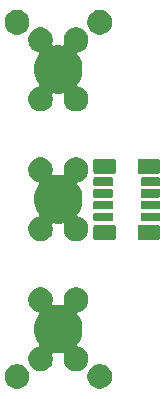
<source format=gbr>
G04 #@! TF.GenerationSoftware,KiCad,Pcbnew,5.1.5-52549c5~84~ubuntu18.04.1*
G04 #@! TF.CreationDate,2020-04-20T00:33:06-07:00*
G04 #@! TF.ProjectId,somos_dielectrode_v2.0,736f6d6f-735f-4646-9965-6c656374726f,rev?*
G04 #@! TF.SameCoordinates,Original*
G04 #@! TF.FileFunction,Soldermask,Top*
G04 #@! TF.FilePolarity,Negative*
%FSLAX46Y46*%
G04 Gerber Fmt 4.6, Leading zero omitted, Abs format (unit mm)*
G04 Created by KiCad (PCBNEW 5.1.5-52549c5~84~ubuntu18.04.1) date 2020-04-20 00:33:06*
%MOMM*%
%LPD*%
G04 APERTURE LIST*
%ADD10C,0.100000*%
G04 APERTURE END LIST*
D10*
G36*
X153806564Y-113989389D02*
G01*
X153997833Y-114068615D01*
X153997835Y-114068616D01*
X154169973Y-114183635D01*
X154316365Y-114330027D01*
X154384090Y-114431384D01*
X154431385Y-114502167D01*
X154510611Y-114693436D01*
X154551000Y-114896484D01*
X154551000Y-115103516D01*
X154510611Y-115306564D01*
X154431385Y-115497833D01*
X154431384Y-115497835D01*
X154316365Y-115669973D01*
X154169973Y-115816365D01*
X153997835Y-115931384D01*
X153997834Y-115931385D01*
X153997833Y-115931385D01*
X153806564Y-116010611D01*
X153603516Y-116051000D01*
X153396484Y-116051000D01*
X153193436Y-116010611D01*
X153002167Y-115931385D01*
X153002166Y-115931385D01*
X153002165Y-115931384D01*
X152830027Y-115816365D01*
X152683635Y-115669973D01*
X152568616Y-115497835D01*
X152568615Y-115497833D01*
X152489389Y-115306564D01*
X152449000Y-115103516D01*
X152449000Y-114896484D01*
X152489389Y-114693436D01*
X152568615Y-114502167D01*
X152615911Y-114431384D01*
X152683635Y-114330027D01*
X152830027Y-114183635D01*
X153002165Y-114068616D01*
X153002167Y-114068615D01*
X153193436Y-113989389D01*
X153396484Y-113949000D01*
X153603516Y-113949000D01*
X153806564Y-113989389D01*
G37*
G36*
X146806564Y-113989389D02*
G01*
X146997833Y-114068615D01*
X146997835Y-114068616D01*
X147169973Y-114183635D01*
X147316365Y-114330027D01*
X147384090Y-114431384D01*
X147431385Y-114502167D01*
X147510611Y-114693436D01*
X147551000Y-114896484D01*
X147551000Y-115103516D01*
X147510611Y-115306564D01*
X147431385Y-115497833D01*
X147431384Y-115497835D01*
X147316365Y-115669973D01*
X147169973Y-115816365D01*
X146997835Y-115931384D01*
X146997834Y-115931385D01*
X146997833Y-115931385D01*
X146806564Y-116010611D01*
X146603516Y-116051000D01*
X146396484Y-116051000D01*
X146193436Y-116010611D01*
X146002167Y-115931385D01*
X146002166Y-115931385D01*
X146002165Y-115931384D01*
X145830027Y-115816365D01*
X145683635Y-115669973D01*
X145568616Y-115497835D01*
X145568615Y-115497833D01*
X145489389Y-115306564D01*
X145449000Y-115103516D01*
X145449000Y-114896484D01*
X145489389Y-114693436D01*
X145568615Y-114502167D01*
X145615911Y-114431384D01*
X145683635Y-114330027D01*
X145830027Y-114183635D01*
X146002165Y-114068616D01*
X146002167Y-114068615D01*
X146193436Y-113989389D01*
X146396484Y-113949000D01*
X146603516Y-113949000D01*
X146806564Y-113989389D01*
G37*
G36*
X148806564Y-107489389D02*
G01*
X148997833Y-107568615D01*
X148997835Y-107568616D01*
X149169973Y-107683635D01*
X149316365Y-107830027D01*
X149431385Y-108002167D01*
X149510611Y-108193436D01*
X149551000Y-108396484D01*
X149551000Y-108603516D01*
X149510611Y-108806565D01*
X149510002Y-108808035D01*
X149502890Y-108831484D01*
X149500489Y-108855870D01*
X149502892Y-108880256D01*
X149510006Y-108903705D01*
X149521557Y-108925315D01*
X149537103Y-108944257D01*
X149556046Y-108959801D01*
X149577657Y-108971352D01*
X149601106Y-108978464D01*
X149625492Y-108980865D01*
X149649874Y-108978463D01*
X149797993Y-108949000D01*
X150202007Y-108949000D01*
X150350126Y-108978463D01*
X150374512Y-108980865D01*
X150398898Y-108978463D01*
X150422347Y-108971350D01*
X150443958Y-108959799D01*
X150462900Y-108944254D01*
X150478445Y-108925312D01*
X150489996Y-108903701D01*
X150497109Y-108880252D01*
X150499511Y-108855866D01*
X150497109Y-108831480D01*
X150489998Y-108808035D01*
X150489389Y-108806565D01*
X150449000Y-108603516D01*
X150449000Y-108396484D01*
X150489389Y-108193436D01*
X150568615Y-108002167D01*
X150683635Y-107830027D01*
X150830027Y-107683635D01*
X151002165Y-107568616D01*
X151002167Y-107568615D01*
X151193436Y-107489389D01*
X151396484Y-107449000D01*
X151603516Y-107449000D01*
X151806564Y-107489389D01*
X151997833Y-107568615D01*
X151997835Y-107568616D01*
X152169973Y-107683635D01*
X152316365Y-107830027D01*
X152431385Y-108002167D01*
X152510611Y-108193436D01*
X152551000Y-108396484D01*
X152551000Y-108603516D01*
X152510611Y-108806564D01*
X152442354Y-108971352D01*
X152431384Y-108997835D01*
X152316365Y-109169973D01*
X152169973Y-109316365D01*
X151997835Y-109431384D01*
X151997834Y-109431385D01*
X151997833Y-109431385D01*
X151806565Y-109510611D01*
X151694323Y-109532937D01*
X151670874Y-109540050D01*
X151649263Y-109551601D01*
X151630321Y-109567146D01*
X151614776Y-109586088D01*
X151603225Y-109607699D01*
X151596112Y-109631148D01*
X151593710Y-109655534D01*
X151596112Y-109679920D01*
X151603225Y-109703369D01*
X151614776Y-109724980D01*
X151817574Y-110028489D01*
X151972182Y-110401746D01*
X152051000Y-110797993D01*
X152051000Y-111202007D01*
X151972182Y-111598254D01*
X151817574Y-111971511D01*
X151614776Y-112275020D01*
X151603225Y-112296631D01*
X151596112Y-112320080D01*
X151593710Y-112344466D01*
X151596112Y-112368852D01*
X151603225Y-112392301D01*
X151614776Y-112413912D01*
X151630321Y-112432854D01*
X151649263Y-112448399D01*
X151670874Y-112459950D01*
X151694323Y-112467063D01*
X151806565Y-112489389D01*
X151997833Y-112568615D01*
X151997835Y-112568616D01*
X152169973Y-112683635D01*
X152316365Y-112830027D01*
X152431385Y-113002167D01*
X152510611Y-113193436D01*
X152551000Y-113396484D01*
X152551000Y-113603516D01*
X152510611Y-113806564D01*
X152434882Y-113989390D01*
X152431384Y-113997835D01*
X152316365Y-114169973D01*
X152169973Y-114316365D01*
X151997835Y-114431384D01*
X151997834Y-114431385D01*
X151997833Y-114431385D01*
X151806564Y-114510611D01*
X151603516Y-114551000D01*
X151396484Y-114551000D01*
X151193436Y-114510611D01*
X151002167Y-114431385D01*
X151002166Y-114431385D01*
X151002165Y-114431384D01*
X150830027Y-114316365D01*
X150683635Y-114169973D01*
X150568616Y-113997835D01*
X150565118Y-113989390D01*
X150489389Y-113806564D01*
X150449000Y-113603516D01*
X150449000Y-113396484D01*
X150489389Y-113193435D01*
X150489998Y-113191965D01*
X150497110Y-113168516D01*
X150499511Y-113144130D01*
X150497108Y-113119744D01*
X150489994Y-113096295D01*
X150478443Y-113074685D01*
X150462897Y-113055743D01*
X150443954Y-113040199D01*
X150422343Y-113028648D01*
X150398894Y-113021536D01*
X150374508Y-113019135D01*
X150350126Y-113021537D01*
X150202007Y-113051000D01*
X149797993Y-113051000D01*
X149649874Y-113021537D01*
X149625488Y-113019135D01*
X149601102Y-113021537D01*
X149577653Y-113028650D01*
X149556042Y-113040201D01*
X149537100Y-113055746D01*
X149521555Y-113074688D01*
X149510004Y-113096299D01*
X149502891Y-113119748D01*
X149500489Y-113144134D01*
X149502891Y-113168520D01*
X149510002Y-113191965D01*
X149510611Y-113193435D01*
X149551000Y-113396484D01*
X149551000Y-113603516D01*
X149510611Y-113806564D01*
X149434882Y-113989390D01*
X149431384Y-113997835D01*
X149316365Y-114169973D01*
X149169973Y-114316365D01*
X148997835Y-114431384D01*
X148997834Y-114431385D01*
X148997833Y-114431385D01*
X148806564Y-114510611D01*
X148603516Y-114551000D01*
X148396484Y-114551000D01*
X148193436Y-114510611D01*
X148002167Y-114431385D01*
X148002166Y-114431385D01*
X148002165Y-114431384D01*
X147830027Y-114316365D01*
X147683635Y-114169973D01*
X147568616Y-113997835D01*
X147565118Y-113989390D01*
X147489389Y-113806564D01*
X147449000Y-113603516D01*
X147449000Y-113396484D01*
X147489389Y-113193436D01*
X147568615Y-113002167D01*
X147683635Y-112830027D01*
X147830027Y-112683635D01*
X148002165Y-112568616D01*
X148002167Y-112568615D01*
X148193435Y-112489389D01*
X148305677Y-112467063D01*
X148329126Y-112459950D01*
X148350737Y-112448399D01*
X148369679Y-112432854D01*
X148385224Y-112413912D01*
X148396775Y-112392301D01*
X148403888Y-112368852D01*
X148406290Y-112344466D01*
X148403888Y-112320080D01*
X148396775Y-112296631D01*
X148385224Y-112275020D01*
X148182426Y-111971511D01*
X148027818Y-111598254D01*
X147949000Y-111202007D01*
X147949000Y-110797993D01*
X148027818Y-110401746D01*
X148182426Y-110028489D01*
X148385224Y-109724980D01*
X148396775Y-109703369D01*
X148403888Y-109679920D01*
X148406290Y-109655534D01*
X148403888Y-109631148D01*
X148396775Y-109607699D01*
X148385224Y-109586088D01*
X148369679Y-109567146D01*
X148350737Y-109551601D01*
X148329126Y-109540050D01*
X148305677Y-109532937D01*
X148193435Y-109510611D01*
X148002167Y-109431385D01*
X148002166Y-109431385D01*
X148002165Y-109431384D01*
X147830027Y-109316365D01*
X147683635Y-109169973D01*
X147568616Y-108997835D01*
X147557646Y-108971352D01*
X147489389Y-108806564D01*
X147449000Y-108603516D01*
X147449000Y-108396484D01*
X147489389Y-108193436D01*
X147568615Y-108002167D01*
X147683635Y-107830027D01*
X147830027Y-107683635D01*
X148002165Y-107568616D01*
X148002167Y-107568615D01*
X148193436Y-107489389D01*
X148396484Y-107449000D01*
X148603516Y-107449000D01*
X148806564Y-107489389D01*
G37*
G36*
X148806564Y-96489389D02*
G01*
X148997833Y-96568615D01*
X148997835Y-96568616D01*
X149148607Y-96669359D01*
X149169973Y-96683635D01*
X149316365Y-96830027D01*
X149431385Y-97002167D01*
X149510611Y-97193436D01*
X149551000Y-97396484D01*
X149551000Y-97603516D01*
X149510611Y-97806565D01*
X149510002Y-97808035D01*
X149502890Y-97831484D01*
X149500489Y-97855870D01*
X149502892Y-97880256D01*
X149510006Y-97903705D01*
X149521557Y-97925315D01*
X149537103Y-97944257D01*
X149556046Y-97959801D01*
X149577657Y-97971352D01*
X149601106Y-97978464D01*
X149625492Y-97980865D01*
X149649874Y-97978463D01*
X149797993Y-97949000D01*
X150202007Y-97949000D01*
X150350126Y-97978463D01*
X150374512Y-97980865D01*
X150398898Y-97978463D01*
X150422347Y-97971350D01*
X150443958Y-97959799D01*
X150462900Y-97944254D01*
X150478445Y-97925312D01*
X150489996Y-97903701D01*
X150497109Y-97880252D01*
X150499511Y-97855866D01*
X150497109Y-97831480D01*
X150489998Y-97808035D01*
X150489389Y-97806565D01*
X150449000Y-97603516D01*
X150449000Y-97396484D01*
X150489389Y-97193436D01*
X150568615Y-97002167D01*
X150683635Y-96830027D01*
X150830027Y-96683635D01*
X150851393Y-96669359D01*
X151002165Y-96568616D01*
X151002167Y-96568615D01*
X151193436Y-96489389D01*
X151396484Y-96449000D01*
X151603516Y-96449000D01*
X151806564Y-96489389D01*
X151997833Y-96568615D01*
X151997835Y-96568616D01*
X152148607Y-96669359D01*
X152169973Y-96683635D01*
X152316365Y-96830027D01*
X152431385Y-97002167D01*
X152510611Y-97193436D01*
X152551000Y-97396484D01*
X152551000Y-97603516D01*
X152510611Y-97806564D01*
X152442354Y-97971352D01*
X152431384Y-97997835D01*
X152316365Y-98169973D01*
X152169973Y-98316365D01*
X151997835Y-98431384D01*
X151997834Y-98431385D01*
X151997833Y-98431385D01*
X151806565Y-98510611D01*
X151694323Y-98532937D01*
X151670874Y-98540050D01*
X151649263Y-98551601D01*
X151630321Y-98567146D01*
X151614776Y-98586088D01*
X151603225Y-98607699D01*
X151596112Y-98631148D01*
X151593710Y-98655534D01*
X151596112Y-98679920D01*
X151603225Y-98703369D01*
X151614776Y-98724980D01*
X151817574Y-99028489D01*
X151972182Y-99401746D01*
X152051000Y-99797993D01*
X152051000Y-100202007D01*
X151972182Y-100598254D01*
X151817574Y-100971511D01*
X151614776Y-101275020D01*
X151603225Y-101296631D01*
X151596112Y-101320080D01*
X151593710Y-101344466D01*
X151596112Y-101368852D01*
X151603225Y-101392301D01*
X151614776Y-101413912D01*
X151630321Y-101432854D01*
X151649263Y-101448399D01*
X151670874Y-101459950D01*
X151694323Y-101467063D01*
X151806565Y-101489389D01*
X151997833Y-101568615D01*
X151997835Y-101568616D01*
X152157798Y-101675500D01*
X152169973Y-101683635D01*
X152316365Y-101830027D01*
X152431385Y-102002167D01*
X152510611Y-102193436D01*
X152551000Y-102396484D01*
X152551000Y-102603516D01*
X152510611Y-102806564D01*
X152431385Y-102997833D01*
X152431384Y-102997835D01*
X152316365Y-103169973D01*
X152169973Y-103316365D01*
X151997835Y-103431384D01*
X151997834Y-103431385D01*
X151997833Y-103431385D01*
X151806564Y-103510611D01*
X151603516Y-103551000D01*
X151396484Y-103551000D01*
X151193436Y-103510611D01*
X151002167Y-103431385D01*
X151002166Y-103431385D01*
X151002165Y-103431384D01*
X150830027Y-103316365D01*
X150683635Y-103169973D01*
X150568616Y-102997835D01*
X150568615Y-102997833D01*
X150489389Y-102806564D01*
X150449000Y-102603516D01*
X150449000Y-102396484D01*
X150489389Y-102193435D01*
X150489998Y-102191965D01*
X150497110Y-102168516D01*
X150499511Y-102144130D01*
X150497108Y-102119744D01*
X150489994Y-102096295D01*
X150478443Y-102074685D01*
X150462897Y-102055743D01*
X150443954Y-102040199D01*
X150422343Y-102028648D01*
X150398894Y-102021536D01*
X150374508Y-102019135D01*
X150350126Y-102021537D01*
X150202007Y-102051000D01*
X149797993Y-102051000D01*
X149649874Y-102021537D01*
X149625488Y-102019135D01*
X149601102Y-102021537D01*
X149577653Y-102028650D01*
X149556042Y-102040201D01*
X149537100Y-102055746D01*
X149521555Y-102074688D01*
X149510004Y-102096299D01*
X149502891Y-102119748D01*
X149500489Y-102144134D01*
X149502891Y-102168520D01*
X149510002Y-102191965D01*
X149510611Y-102193435D01*
X149551000Y-102396484D01*
X149551000Y-102603516D01*
X149510611Y-102806564D01*
X149431385Y-102997833D01*
X149431384Y-102997835D01*
X149316365Y-103169973D01*
X149169973Y-103316365D01*
X148997835Y-103431384D01*
X148997834Y-103431385D01*
X148997833Y-103431385D01*
X148806564Y-103510611D01*
X148603516Y-103551000D01*
X148396484Y-103551000D01*
X148193436Y-103510611D01*
X148002167Y-103431385D01*
X148002166Y-103431385D01*
X148002165Y-103431384D01*
X147830027Y-103316365D01*
X147683635Y-103169973D01*
X147568616Y-102997835D01*
X147568615Y-102997833D01*
X147489389Y-102806564D01*
X147449000Y-102603516D01*
X147449000Y-102396484D01*
X147489389Y-102193436D01*
X147568615Y-102002167D01*
X147683635Y-101830027D01*
X147830027Y-101683635D01*
X147842202Y-101675500D01*
X148002165Y-101568616D01*
X148002167Y-101568615D01*
X148193435Y-101489389D01*
X148305677Y-101467063D01*
X148329126Y-101459950D01*
X148350737Y-101448399D01*
X148369679Y-101432854D01*
X148385224Y-101413912D01*
X148396775Y-101392301D01*
X148403888Y-101368852D01*
X148406290Y-101344466D01*
X148403888Y-101320080D01*
X148396775Y-101296631D01*
X148385224Y-101275020D01*
X148182426Y-100971511D01*
X148027818Y-100598254D01*
X147949000Y-100202007D01*
X147949000Y-99797993D01*
X148027818Y-99401746D01*
X148182426Y-99028489D01*
X148385224Y-98724980D01*
X148396775Y-98703369D01*
X148403888Y-98679920D01*
X148406290Y-98655534D01*
X148403888Y-98631148D01*
X148396775Y-98607699D01*
X148385224Y-98586088D01*
X148369679Y-98567146D01*
X148350737Y-98551601D01*
X148329126Y-98540050D01*
X148305677Y-98532937D01*
X148193435Y-98510611D01*
X148002167Y-98431385D01*
X148002166Y-98431385D01*
X148002165Y-98431384D01*
X147830027Y-98316365D01*
X147683635Y-98169973D01*
X147568616Y-97997835D01*
X147557646Y-97971352D01*
X147489389Y-97806564D01*
X147449000Y-97603516D01*
X147449000Y-97396484D01*
X147489389Y-97193436D01*
X147568615Y-97002167D01*
X147683635Y-96830027D01*
X147830027Y-96683635D01*
X147851393Y-96669359D01*
X148002165Y-96568616D01*
X148002167Y-96568615D01*
X148193436Y-96489389D01*
X148396484Y-96449000D01*
X148603516Y-96449000D01*
X148806564Y-96489389D01*
G37*
G36*
X154716656Y-102153394D02*
G01*
X154753656Y-102164618D01*
X154787748Y-102182840D01*
X154817634Y-102207366D01*
X154842160Y-102237252D01*
X154860382Y-102271344D01*
X154871606Y-102308344D01*
X154876000Y-102352956D01*
X154876000Y-103247044D01*
X154871606Y-103291656D01*
X154860382Y-103328656D01*
X154842160Y-103362748D01*
X154817634Y-103392634D01*
X154787748Y-103417160D01*
X154753656Y-103435382D01*
X154716656Y-103446606D01*
X154672044Y-103451000D01*
X153177956Y-103451000D01*
X153133344Y-103446606D01*
X153096344Y-103435382D01*
X153062252Y-103417160D01*
X153032366Y-103392634D01*
X153007840Y-103362748D01*
X152989618Y-103328656D01*
X152978394Y-103291656D01*
X152974000Y-103247044D01*
X152974000Y-102352956D01*
X152978394Y-102308344D01*
X152989618Y-102271344D01*
X153007840Y-102237252D01*
X153032366Y-102207366D01*
X153062252Y-102182840D01*
X153096344Y-102164618D01*
X153133344Y-102153394D01*
X153177956Y-102149000D01*
X154672044Y-102149000D01*
X154716656Y-102153394D01*
G37*
G36*
X158466656Y-102153394D02*
G01*
X158503656Y-102164618D01*
X158537748Y-102182840D01*
X158567634Y-102207366D01*
X158592160Y-102237252D01*
X158610382Y-102271344D01*
X158621606Y-102308344D01*
X158626000Y-102352956D01*
X158626000Y-103247044D01*
X158621606Y-103291656D01*
X158610382Y-103328656D01*
X158592160Y-103362748D01*
X158567634Y-103392634D01*
X158537748Y-103417160D01*
X158503656Y-103435382D01*
X158466656Y-103446606D01*
X158422044Y-103451000D01*
X156927956Y-103451000D01*
X156883344Y-103446606D01*
X156846344Y-103435382D01*
X156812252Y-103417160D01*
X156782366Y-103392634D01*
X156757840Y-103362748D01*
X156739618Y-103328656D01*
X156728394Y-103291656D01*
X156724000Y-103247044D01*
X156724000Y-102352956D01*
X156728394Y-102308344D01*
X156739618Y-102271344D01*
X156757840Y-102237252D01*
X156782366Y-102207366D01*
X156812252Y-102182840D01*
X156846344Y-102164618D01*
X156883344Y-102153394D01*
X156927956Y-102149000D01*
X158422044Y-102149000D01*
X158466656Y-102153394D01*
G37*
G36*
X154534928Y-101151764D02*
G01*
X154556009Y-101158160D01*
X154575445Y-101168548D01*
X154592476Y-101182524D01*
X154606452Y-101199555D01*
X154616840Y-101218991D01*
X154623236Y-101240072D01*
X154626000Y-101268140D01*
X154626000Y-101731860D01*
X154623236Y-101759928D01*
X154616840Y-101781009D01*
X154606452Y-101800445D01*
X154592476Y-101817476D01*
X154575445Y-101831452D01*
X154556009Y-101841840D01*
X154534928Y-101848236D01*
X154506860Y-101851000D01*
X153093140Y-101851000D01*
X153065072Y-101848236D01*
X153043991Y-101841840D01*
X153024555Y-101831452D01*
X153007524Y-101817476D01*
X152993548Y-101800445D01*
X152983160Y-101781009D01*
X152976764Y-101759928D01*
X152974000Y-101731860D01*
X152974000Y-101268140D01*
X152976764Y-101240072D01*
X152983160Y-101218991D01*
X152993548Y-101199555D01*
X153007524Y-101182524D01*
X153024555Y-101168548D01*
X153043991Y-101158160D01*
X153065072Y-101151764D01*
X153093140Y-101149000D01*
X154506860Y-101149000D01*
X154534928Y-101151764D01*
G37*
G36*
X158534928Y-101151764D02*
G01*
X158556009Y-101158160D01*
X158575445Y-101168548D01*
X158592476Y-101182524D01*
X158606452Y-101199555D01*
X158616840Y-101218991D01*
X158623236Y-101240072D01*
X158626000Y-101268140D01*
X158626000Y-101731860D01*
X158623236Y-101759928D01*
X158616840Y-101781009D01*
X158606452Y-101800445D01*
X158592476Y-101817476D01*
X158575445Y-101831452D01*
X158556009Y-101841840D01*
X158534928Y-101848236D01*
X158506860Y-101851000D01*
X157093140Y-101851000D01*
X157065072Y-101848236D01*
X157043991Y-101841840D01*
X157024555Y-101831452D01*
X157007524Y-101817476D01*
X156993548Y-101800445D01*
X156983160Y-101781009D01*
X156976764Y-101759928D01*
X156974000Y-101731860D01*
X156974000Y-101268140D01*
X156976764Y-101240072D01*
X156983160Y-101218991D01*
X156993548Y-101199555D01*
X157007524Y-101182524D01*
X157024555Y-101168548D01*
X157043991Y-101158160D01*
X157065072Y-101151764D01*
X157093140Y-101149000D01*
X158506860Y-101149000D01*
X158534928Y-101151764D01*
G37*
G36*
X154534928Y-100151764D02*
G01*
X154556009Y-100158160D01*
X154575445Y-100168548D01*
X154592476Y-100182524D01*
X154606452Y-100199555D01*
X154616840Y-100218991D01*
X154623236Y-100240072D01*
X154626000Y-100268140D01*
X154626000Y-100731860D01*
X154623236Y-100759928D01*
X154616840Y-100781009D01*
X154606452Y-100800445D01*
X154592476Y-100817476D01*
X154575445Y-100831452D01*
X154556009Y-100841840D01*
X154534928Y-100848236D01*
X154506860Y-100851000D01*
X153093140Y-100851000D01*
X153065072Y-100848236D01*
X153043991Y-100841840D01*
X153024555Y-100831452D01*
X153007524Y-100817476D01*
X152993548Y-100800445D01*
X152983160Y-100781009D01*
X152976764Y-100759928D01*
X152974000Y-100731860D01*
X152974000Y-100268140D01*
X152976764Y-100240072D01*
X152983160Y-100218991D01*
X152993548Y-100199555D01*
X153007524Y-100182524D01*
X153024555Y-100168548D01*
X153043991Y-100158160D01*
X153065072Y-100151764D01*
X153093140Y-100149000D01*
X154506860Y-100149000D01*
X154534928Y-100151764D01*
G37*
G36*
X158534928Y-100151764D02*
G01*
X158556009Y-100158160D01*
X158575445Y-100168548D01*
X158592476Y-100182524D01*
X158606452Y-100199555D01*
X158616840Y-100218991D01*
X158623236Y-100240072D01*
X158626000Y-100268140D01*
X158626000Y-100731860D01*
X158623236Y-100759928D01*
X158616840Y-100781009D01*
X158606452Y-100800445D01*
X158592476Y-100817476D01*
X158575445Y-100831452D01*
X158556009Y-100841840D01*
X158534928Y-100848236D01*
X158506860Y-100851000D01*
X157093140Y-100851000D01*
X157065072Y-100848236D01*
X157043991Y-100841840D01*
X157024555Y-100831452D01*
X157007524Y-100817476D01*
X156993548Y-100800445D01*
X156983160Y-100781009D01*
X156976764Y-100759928D01*
X156974000Y-100731860D01*
X156974000Y-100268140D01*
X156976764Y-100240072D01*
X156983160Y-100218991D01*
X156993548Y-100199555D01*
X157007524Y-100182524D01*
X157024555Y-100168548D01*
X157043991Y-100158160D01*
X157065072Y-100151764D01*
X157093140Y-100149000D01*
X158506860Y-100149000D01*
X158534928Y-100151764D01*
G37*
G36*
X158534928Y-99151764D02*
G01*
X158556009Y-99158160D01*
X158575445Y-99168548D01*
X158592476Y-99182524D01*
X158606452Y-99199555D01*
X158616840Y-99218991D01*
X158623236Y-99240072D01*
X158626000Y-99268140D01*
X158626000Y-99731860D01*
X158623236Y-99759928D01*
X158616840Y-99781009D01*
X158606452Y-99800445D01*
X158592476Y-99817476D01*
X158575445Y-99831452D01*
X158556009Y-99841840D01*
X158534928Y-99848236D01*
X158506860Y-99851000D01*
X157093140Y-99851000D01*
X157065072Y-99848236D01*
X157043991Y-99841840D01*
X157024555Y-99831452D01*
X157007524Y-99817476D01*
X156993548Y-99800445D01*
X156983160Y-99781009D01*
X156976764Y-99759928D01*
X156974000Y-99731860D01*
X156974000Y-99268140D01*
X156976764Y-99240072D01*
X156983160Y-99218991D01*
X156993548Y-99199555D01*
X157007524Y-99182524D01*
X157024555Y-99168548D01*
X157043991Y-99158160D01*
X157065072Y-99151764D01*
X157093140Y-99149000D01*
X158506860Y-99149000D01*
X158534928Y-99151764D01*
G37*
G36*
X154534928Y-99151764D02*
G01*
X154556009Y-99158160D01*
X154575445Y-99168548D01*
X154592476Y-99182524D01*
X154606452Y-99199555D01*
X154616840Y-99218991D01*
X154623236Y-99240072D01*
X154626000Y-99268140D01*
X154626000Y-99731860D01*
X154623236Y-99759928D01*
X154616840Y-99781009D01*
X154606452Y-99800445D01*
X154592476Y-99817476D01*
X154575445Y-99831452D01*
X154556009Y-99841840D01*
X154534928Y-99848236D01*
X154506860Y-99851000D01*
X153093140Y-99851000D01*
X153065072Y-99848236D01*
X153043991Y-99841840D01*
X153024555Y-99831452D01*
X153007524Y-99817476D01*
X152993548Y-99800445D01*
X152983160Y-99781009D01*
X152976764Y-99759928D01*
X152974000Y-99731860D01*
X152974000Y-99268140D01*
X152976764Y-99240072D01*
X152983160Y-99218991D01*
X152993548Y-99199555D01*
X153007524Y-99182524D01*
X153024555Y-99168548D01*
X153043991Y-99158160D01*
X153065072Y-99151764D01*
X153093140Y-99149000D01*
X154506860Y-99149000D01*
X154534928Y-99151764D01*
G37*
G36*
X154534928Y-98151764D02*
G01*
X154556009Y-98158160D01*
X154575445Y-98168548D01*
X154592476Y-98182524D01*
X154606452Y-98199555D01*
X154616840Y-98218991D01*
X154623236Y-98240072D01*
X154626000Y-98268140D01*
X154626000Y-98731860D01*
X154623236Y-98759928D01*
X154616840Y-98781009D01*
X154606452Y-98800445D01*
X154592476Y-98817476D01*
X154575445Y-98831452D01*
X154556009Y-98841840D01*
X154534928Y-98848236D01*
X154506860Y-98851000D01*
X153093140Y-98851000D01*
X153065072Y-98848236D01*
X153043991Y-98841840D01*
X153024555Y-98831452D01*
X153007524Y-98817476D01*
X152993548Y-98800445D01*
X152983160Y-98781009D01*
X152976764Y-98759928D01*
X152974000Y-98731860D01*
X152974000Y-98268140D01*
X152976764Y-98240072D01*
X152983160Y-98218991D01*
X152993548Y-98199555D01*
X153007524Y-98182524D01*
X153024555Y-98168548D01*
X153043991Y-98158160D01*
X153065072Y-98151764D01*
X153093140Y-98149000D01*
X154506860Y-98149000D01*
X154534928Y-98151764D01*
G37*
G36*
X158534928Y-98151764D02*
G01*
X158556009Y-98158160D01*
X158575445Y-98168548D01*
X158592476Y-98182524D01*
X158606452Y-98199555D01*
X158616840Y-98218991D01*
X158623236Y-98240072D01*
X158626000Y-98268140D01*
X158626000Y-98731860D01*
X158623236Y-98759928D01*
X158616840Y-98781009D01*
X158606452Y-98800445D01*
X158592476Y-98817476D01*
X158575445Y-98831452D01*
X158556009Y-98841840D01*
X158534928Y-98848236D01*
X158506860Y-98851000D01*
X157093140Y-98851000D01*
X157065072Y-98848236D01*
X157043991Y-98841840D01*
X157024555Y-98831452D01*
X157007524Y-98817476D01*
X156993548Y-98800445D01*
X156983160Y-98781009D01*
X156976764Y-98759928D01*
X156974000Y-98731860D01*
X156974000Y-98268140D01*
X156976764Y-98240072D01*
X156983160Y-98218991D01*
X156993548Y-98199555D01*
X157007524Y-98182524D01*
X157024555Y-98168548D01*
X157043991Y-98158160D01*
X157065072Y-98151764D01*
X157093140Y-98149000D01*
X158506860Y-98149000D01*
X158534928Y-98151764D01*
G37*
G36*
X158466242Y-96553404D02*
G01*
X158503337Y-96564657D01*
X158537515Y-96582925D01*
X158567481Y-96607519D01*
X158592075Y-96637485D01*
X158610343Y-96671663D01*
X158621596Y-96708758D01*
X158626000Y-96753474D01*
X158626000Y-97646526D01*
X158621596Y-97691242D01*
X158610343Y-97728337D01*
X158592075Y-97762515D01*
X158567481Y-97792481D01*
X158537515Y-97817075D01*
X158503337Y-97835343D01*
X158466242Y-97846596D01*
X158421526Y-97851000D01*
X156928474Y-97851000D01*
X156883758Y-97846596D01*
X156846663Y-97835343D01*
X156812485Y-97817075D01*
X156782519Y-97792481D01*
X156757925Y-97762515D01*
X156739657Y-97728337D01*
X156728404Y-97691242D01*
X156724000Y-97646526D01*
X156724000Y-96753474D01*
X156728404Y-96708758D01*
X156739657Y-96671663D01*
X156757925Y-96637485D01*
X156782519Y-96607519D01*
X156812485Y-96582925D01*
X156846663Y-96564657D01*
X156883758Y-96553404D01*
X156928474Y-96549000D01*
X158421526Y-96549000D01*
X158466242Y-96553404D01*
G37*
G36*
X154716656Y-96553394D02*
G01*
X154753656Y-96564618D01*
X154787748Y-96582840D01*
X154817634Y-96607366D01*
X154842160Y-96637252D01*
X154860382Y-96671344D01*
X154871606Y-96708344D01*
X154876000Y-96752956D01*
X154876000Y-97647044D01*
X154871606Y-97691656D01*
X154860382Y-97728656D01*
X154842160Y-97762748D01*
X154817634Y-97792634D01*
X154787748Y-97817160D01*
X154753656Y-97835382D01*
X154716656Y-97846606D01*
X154672044Y-97851000D01*
X153177956Y-97851000D01*
X153133344Y-97846606D01*
X153096344Y-97835382D01*
X153062252Y-97817160D01*
X153032366Y-97792634D01*
X153007840Y-97762748D01*
X152989618Y-97728656D01*
X152978394Y-97691656D01*
X152974000Y-97647044D01*
X152974000Y-96752956D01*
X152978394Y-96708344D01*
X152989618Y-96671344D01*
X153007840Y-96637252D01*
X153032366Y-96607366D01*
X153062252Y-96582840D01*
X153096344Y-96564618D01*
X153133344Y-96553394D01*
X153177956Y-96549000D01*
X154672044Y-96549000D01*
X154716656Y-96553394D01*
G37*
G36*
X148806564Y-85489389D02*
G01*
X148997833Y-85568615D01*
X148997835Y-85568616D01*
X149169973Y-85683635D01*
X149316365Y-85830027D01*
X149384090Y-85931384D01*
X149431385Y-86002167D01*
X149510611Y-86193436D01*
X149551000Y-86396484D01*
X149551000Y-86603516D01*
X149510611Y-86806565D01*
X149510002Y-86808035D01*
X149502890Y-86831484D01*
X149500489Y-86855870D01*
X149502892Y-86880256D01*
X149510006Y-86903705D01*
X149521557Y-86925315D01*
X149537103Y-86944257D01*
X149556046Y-86959801D01*
X149577657Y-86971352D01*
X149601106Y-86978464D01*
X149625492Y-86980865D01*
X149649874Y-86978463D01*
X149797993Y-86949000D01*
X150202007Y-86949000D01*
X150350126Y-86978463D01*
X150374512Y-86980865D01*
X150398898Y-86978463D01*
X150422347Y-86971350D01*
X150443958Y-86959799D01*
X150462900Y-86944254D01*
X150478445Y-86925312D01*
X150489996Y-86903701D01*
X150497109Y-86880252D01*
X150499511Y-86855866D01*
X150497109Y-86831480D01*
X150489998Y-86808035D01*
X150489389Y-86806565D01*
X150449000Y-86603516D01*
X150449000Y-86396484D01*
X150489389Y-86193436D01*
X150568615Y-86002167D01*
X150615911Y-85931384D01*
X150683635Y-85830027D01*
X150830027Y-85683635D01*
X151002165Y-85568616D01*
X151002167Y-85568615D01*
X151193436Y-85489389D01*
X151396484Y-85449000D01*
X151603516Y-85449000D01*
X151806564Y-85489389D01*
X151997833Y-85568615D01*
X151997835Y-85568616D01*
X152169973Y-85683635D01*
X152316365Y-85830027D01*
X152384090Y-85931384D01*
X152431385Y-86002167D01*
X152510611Y-86193436D01*
X152551000Y-86396484D01*
X152551000Y-86603516D01*
X152510611Y-86806564D01*
X152442354Y-86971352D01*
X152431384Y-86997835D01*
X152316365Y-87169973D01*
X152169973Y-87316365D01*
X151997835Y-87431384D01*
X151997834Y-87431385D01*
X151997833Y-87431385D01*
X151806565Y-87510611D01*
X151694323Y-87532937D01*
X151670874Y-87540050D01*
X151649263Y-87551601D01*
X151630321Y-87567146D01*
X151614776Y-87586088D01*
X151603225Y-87607699D01*
X151596112Y-87631148D01*
X151593710Y-87655534D01*
X151596112Y-87679920D01*
X151603225Y-87703369D01*
X151614776Y-87724980D01*
X151817574Y-88028489D01*
X151972182Y-88401746D01*
X152051000Y-88797993D01*
X152051000Y-89202007D01*
X151972182Y-89598254D01*
X151817574Y-89971511D01*
X151614776Y-90275020D01*
X151603225Y-90296631D01*
X151596112Y-90320080D01*
X151593710Y-90344466D01*
X151596112Y-90368852D01*
X151603225Y-90392301D01*
X151614776Y-90413912D01*
X151630321Y-90432854D01*
X151649263Y-90448399D01*
X151670874Y-90459950D01*
X151694323Y-90467063D01*
X151806565Y-90489389D01*
X151997833Y-90568615D01*
X151997835Y-90568616D01*
X152169973Y-90683635D01*
X152316365Y-90830027D01*
X152431385Y-91002167D01*
X152510611Y-91193436D01*
X152551000Y-91396484D01*
X152551000Y-91603516D01*
X152510611Y-91806564D01*
X152431385Y-91997833D01*
X152431384Y-91997835D01*
X152316365Y-92169973D01*
X152169973Y-92316365D01*
X151997835Y-92431384D01*
X151997834Y-92431385D01*
X151997833Y-92431385D01*
X151806564Y-92510611D01*
X151603516Y-92551000D01*
X151396484Y-92551000D01*
X151193436Y-92510611D01*
X151002167Y-92431385D01*
X151002166Y-92431385D01*
X151002165Y-92431384D01*
X150830027Y-92316365D01*
X150683635Y-92169973D01*
X150568616Y-91997835D01*
X150568615Y-91997833D01*
X150489389Y-91806564D01*
X150449000Y-91603516D01*
X150449000Y-91396484D01*
X150489389Y-91193435D01*
X150489998Y-91191965D01*
X150497110Y-91168516D01*
X150499511Y-91144130D01*
X150497108Y-91119744D01*
X150489994Y-91096295D01*
X150478443Y-91074685D01*
X150462897Y-91055743D01*
X150443954Y-91040199D01*
X150422343Y-91028648D01*
X150398894Y-91021536D01*
X150374508Y-91019135D01*
X150350126Y-91021537D01*
X150202007Y-91051000D01*
X149797993Y-91051000D01*
X149649874Y-91021537D01*
X149625488Y-91019135D01*
X149601102Y-91021537D01*
X149577653Y-91028650D01*
X149556042Y-91040201D01*
X149537100Y-91055746D01*
X149521555Y-91074688D01*
X149510004Y-91096299D01*
X149502891Y-91119748D01*
X149500489Y-91144134D01*
X149502891Y-91168520D01*
X149510002Y-91191965D01*
X149510611Y-91193435D01*
X149551000Y-91396484D01*
X149551000Y-91603516D01*
X149510611Y-91806564D01*
X149431385Y-91997833D01*
X149431384Y-91997835D01*
X149316365Y-92169973D01*
X149169973Y-92316365D01*
X148997835Y-92431384D01*
X148997834Y-92431385D01*
X148997833Y-92431385D01*
X148806564Y-92510611D01*
X148603516Y-92551000D01*
X148396484Y-92551000D01*
X148193436Y-92510611D01*
X148002167Y-92431385D01*
X148002166Y-92431385D01*
X148002165Y-92431384D01*
X147830027Y-92316365D01*
X147683635Y-92169973D01*
X147568616Y-91997835D01*
X147568615Y-91997833D01*
X147489389Y-91806564D01*
X147449000Y-91603516D01*
X147449000Y-91396484D01*
X147489389Y-91193436D01*
X147568615Y-91002167D01*
X147683635Y-90830027D01*
X147830027Y-90683635D01*
X148002165Y-90568616D01*
X148002167Y-90568615D01*
X148193435Y-90489389D01*
X148305677Y-90467063D01*
X148329126Y-90459950D01*
X148350737Y-90448399D01*
X148369679Y-90432854D01*
X148385224Y-90413912D01*
X148396775Y-90392301D01*
X148403888Y-90368852D01*
X148406290Y-90344466D01*
X148403888Y-90320080D01*
X148396775Y-90296631D01*
X148385224Y-90275020D01*
X148182426Y-89971511D01*
X148027818Y-89598254D01*
X147949000Y-89202007D01*
X147949000Y-88797993D01*
X148027818Y-88401746D01*
X148182426Y-88028489D01*
X148385224Y-87724980D01*
X148396775Y-87703369D01*
X148403888Y-87679920D01*
X148406290Y-87655534D01*
X148403888Y-87631148D01*
X148396775Y-87607699D01*
X148385224Y-87586088D01*
X148369679Y-87567146D01*
X148350737Y-87551601D01*
X148329126Y-87540050D01*
X148305677Y-87532937D01*
X148193435Y-87510611D01*
X148002167Y-87431385D01*
X148002166Y-87431385D01*
X148002165Y-87431384D01*
X147830027Y-87316365D01*
X147683635Y-87169973D01*
X147568616Y-86997835D01*
X147557646Y-86971352D01*
X147489389Y-86806564D01*
X147449000Y-86603516D01*
X147449000Y-86396484D01*
X147489389Y-86193436D01*
X147568615Y-86002167D01*
X147615911Y-85931384D01*
X147683635Y-85830027D01*
X147830027Y-85683635D01*
X148002165Y-85568616D01*
X148002167Y-85568615D01*
X148193436Y-85489389D01*
X148396484Y-85449000D01*
X148603516Y-85449000D01*
X148806564Y-85489389D01*
G37*
G36*
X146806564Y-83989389D02*
G01*
X146997833Y-84068615D01*
X146997835Y-84068616D01*
X147169973Y-84183635D01*
X147316365Y-84330027D01*
X147431385Y-84502167D01*
X147510611Y-84693436D01*
X147551000Y-84896484D01*
X147551000Y-85103516D01*
X147510611Y-85306564D01*
X147434882Y-85489390D01*
X147431384Y-85497835D01*
X147316365Y-85669973D01*
X147169973Y-85816365D01*
X146997835Y-85931384D01*
X146997834Y-85931385D01*
X146997833Y-85931385D01*
X146806564Y-86010611D01*
X146603516Y-86051000D01*
X146396484Y-86051000D01*
X146193436Y-86010611D01*
X146002167Y-85931385D01*
X146002166Y-85931385D01*
X146002165Y-85931384D01*
X145830027Y-85816365D01*
X145683635Y-85669973D01*
X145568616Y-85497835D01*
X145565118Y-85489390D01*
X145489389Y-85306564D01*
X145449000Y-85103516D01*
X145449000Y-84896484D01*
X145489389Y-84693436D01*
X145568615Y-84502167D01*
X145683635Y-84330027D01*
X145830027Y-84183635D01*
X146002165Y-84068616D01*
X146002167Y-84068615D01*
X146193436Y-83989389D01*
X146396484Y-83949000D01*
X146603516Y-83949000D01*
X146806564Y-83989389D01*
G37*
G36*
X153806564Y-83989389D02*
G01*
X153997833Y-84068615D01*
X153997835Y-84068616D01*
X154169973Y-84183635D01*
X154316365Y-84330027D01*
X154431385Y-84502167D01*
X154510611Y-84693436D01*
X154551000Y-84896484D01*
X154551000Y-85103516D01*
X154510611Y-85306564D01*
X154434882Y-85489390D01*
X154431384Y-85497835D01*
X154316365Y-85669973D01*
X154169973Y-85816365D01*
X153997835Y-85931384D01*
X153997834Y-85931385D01*
X153997833Y-85931385D01*
X153806564Y-86010611D01*
X153603516Y-86051000D01*
X153396484Y-86051000D01*
X153193436Y-86010611D01*
X153002167Y-85931385D01*
X153002166Y-85931385D01*
X153002165Y-85931384D01*
X152830027Y-85816365D01*
X152683635Y-85669973D01*
X152568616Y-85497835D01*
X152565118Y-85489390D01*
X152489389Y-85306564D01*
X152449000Y-85103516D01*
X152449000Y-84896484D01*
X152489389Y-84693436D01*
X152568615Y-84502167D01*
X152683635Y-84330027D01*
X152830027Y-84183635D01*
X153002165Y-84068616D01*
X153002167Y-84068615D01*
X153193436Y-83989389D01*
X153396484Y-83949000D01*
X153603516Y-83949000D01*
X153806564Y-83989389D01*
G37*
M02*

</source>
